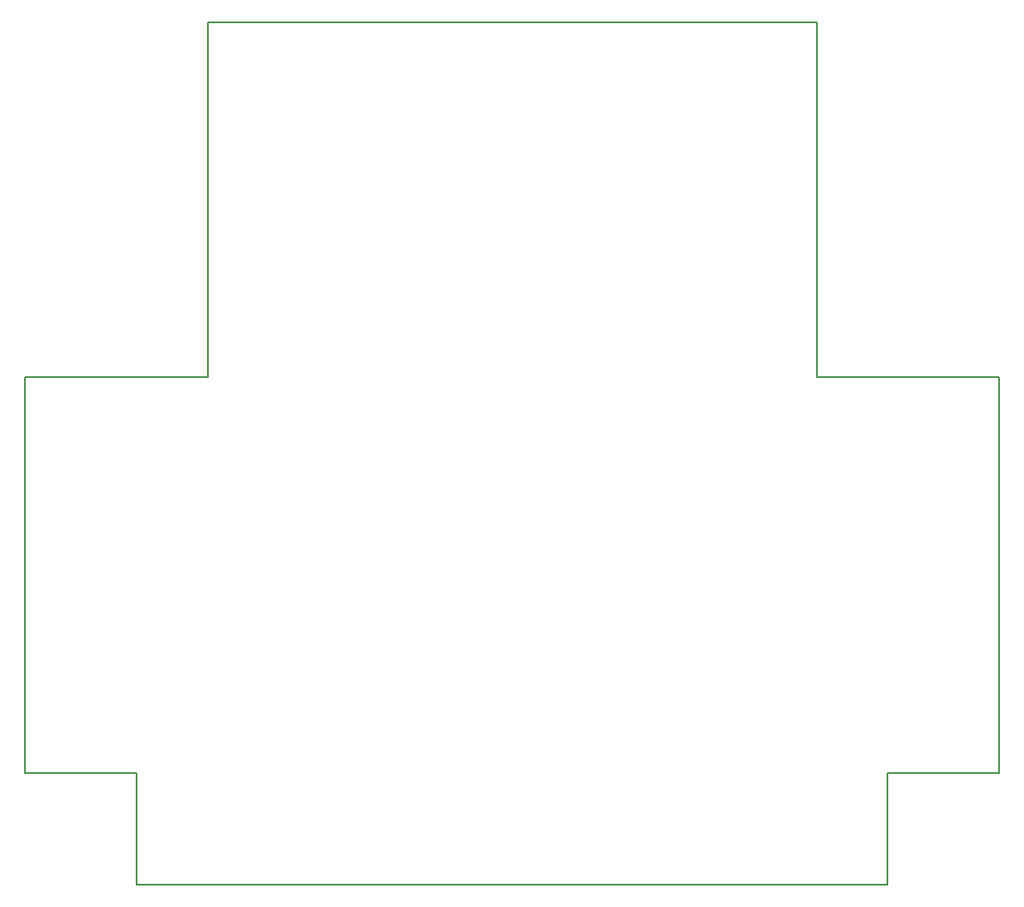
<source format=gbr>
G04 #@! TF.GenerationSoftware,KiCad,Pcbnew,(5.0.2)-1*
G04 #@! TF.CreationDate,2019-01-31T22:52:24+01:00*
G04 #@! TF.ProjectId,v3,76332e6b-6963-4616-945f-706362585858,rev?*
G04 #@! TF.SameCoordinates,Original*
G04 #@! TF.FileFunction,Profile,NP*
%FSLAX46Y46*%
G04 Gerber Fmt 4.6, Leading zero omitted, Abs format (unit mm)*
G04 Created by KiCad (PCBNEW (5.0.2)-1) date 31/01/2019 22:52:24*
%MOMM*%
%LPD*%
G01*
G04 APERTURE LIST*
%ADD10C,0.150000*%
G04 APERTURE END LIST*
D10*
X47000000Y-109000000D02*
X58000000Y-109000000D01*
X47000000Y-70000000D02*
X47000000Y-109000000D01*
X143000000Y-109000000D02*
X143000000Y-70000000D01*
X132000000Y-109000000D02*
X143000000Y-109000000D01*
X132000000Y-120000000D02*
X132000000Y-109000000D01*
X58000000Y-120000000D02*
X132000000Y-120000000D01*
X58000000Y-109000000D02*
X58000000Y-120000000D01*
X65000000Y-70000000D02*
X65000000Y-35000000D01*
X47000000Y-70000000D02*
X65000000Y-70000000D01*
X125000000Y-70000000D02*
X143000000Y-70000000D01*
X125000000Y-35000000D02*
X125000000Y-70000000D01*
X65000000Y-35000000D02*
X125000000Y-35000000D01*
M02*

</source>
